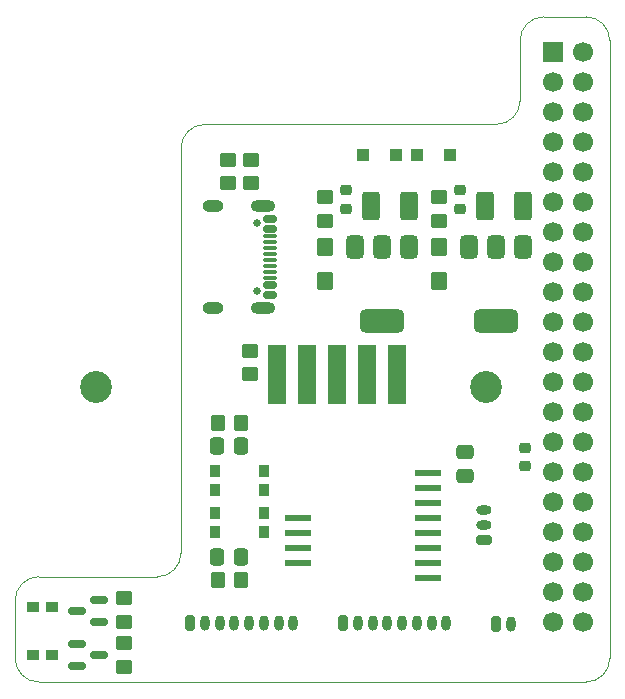
<source format=gbr>
G04 #@! TF.GenerationSoftware,KiCad,Pcbnew,9.0.3*
G04 #@! TF.CreationDate,2026-01-28T23:02:46+01:00*
G04 #@! TF.ProjectId,CM5IO_top,434d3549-4f5f-4746-9f70-2e6b69636164,rev?*
G04 #@! TF.SameCoordinates,Original*
G04 #@! TF.FileFunction,Soldermask,Top*
G04 #@! TF.FilePolarity,Negative*
%FSLAX46Y46*%
G04 Gerber Fmt 4.6, Leading zero omitted, Abs format (unit mm)*
G04 Created by KiCad (PCBNEW 9.0.3) date 2026-01-28 23:02:46*
%MOMM*%
%LPD*%
G01*
G04 APERTURE LIST*
G04 Aperture macros list*
%AMRoundRect*
0 Rectangle with rounded corners*
0 $1 Rounding radius*
0 $2 $3 $4 $5 $6 $7 $8 $9 X,Y pos of 4 corners*
0 Add a 4 corners polygon primitive as box body*
4,1,4,$2,$3,$4,$5,$6,$7,$8,$9,$2,$3,0*
0 Add four circle primitives for the rounded corners*
1,1,$1+$1,$2,$3*
1,1,$1+$1,$4,$5*
1,1,$1+$1,$6,$7*
1,1,$1+$1,$8,$9*
0 Add four rect primitives between the rounded corners*
20,1,$1+$1,$2,$3,$4,$5,0*
20,1,$1+$1,$4,$5,$6,$7,0*
20,1,$1+$1,$6,$7,$8,$9,0*
20,1,$1+$1,$8,$9,$2,$3,0*%
%AMFreePoly0*
4,1,6,1.000000,0.000000,0.500000,-0.750000,-0.500000,-0.750000,-0.500000,0.750000,0.500000,0.750000,1.000000,0.000000,1.000000,0.000000,$1*%
G04 Aperture macros list end*
%ADD10C,0.650000*%
%ADD11RoundRect,0.150000X-0.425000X0.150000X-0.425000X-0.150000X0.425000X-0.150000X0.425000X0.150000X0*%
%ADD12RoundRect,0.075000X-0.500000X0.075000X-0.500000X-0.075000X0.500000X-0.075000X0.500000X0.075000X0*%
%ADD13O,2.100000X1.000000*%
%ADD14O,1.800000X1.000000*%
%ADD15RoundRect,0.200000X0.450000X-0.200000X0.450000X0.200000X-0.450000X0.200000X-0.450000X-0.200000X0*%
%ADD16O,1.300000X0.800000*%
%ADD17RoundRect,0.250000X0.450000X-0.350000X0.450000X0.350000X-0.450000X0.350000X-0.450000X-0.350000X0*%
%ADD18R,2.200000X0.600000*%
%ADD19FreePoly0,270.000000*%
%ADD20FreePoly0,90.000000*%
%ADD21RoundRect,0.218750X0.256250X-0.218750X0.256250X0.218750X-0.256250X0.218750X-0.256250X-0.218750X0*%
%ADD22RoundRect,0.150000X-0.587500X-0.150000X0.587500X-0.150000X0.587500X0.150000X-0.587500X0.150000X0*%
%ADD23RoundRect,0.250000X-0.450000X0.350000X-0.450000X-0.350000X0.450000X-0.350000X0.450000X0.350000X0*%
%ADD24RoundRect,0.200000X-0.200000X-0.450000X0.200000X-0.450000X0.200000X0.450000X-0.200000X0.450000X0*%
%ADD25O,0.800000X1.300000*%
%ADD26RoundRect,0.250000X-0.350000X-0.450000X0.350000X-0.450000X0.350000X0.450000X-0.350000X0.450000X0*%
%ADD27RoundRect,0.150000X0.587500X0.150000X-0.587500X0.150000X-0.587500X-0.150000X0.587500X-0.150000X0*%
%ADD28RoundRect,0.250000X0.300000X0.300000X-0.300000X0.300000X-0.300000X-0.300000X0.300000X-0.300000X0*%
%ADD29RoundRect,0.250000X-0.445000X0.545000X-0.445000X-0.545000X0.445000X-0.545000X0.445000X0.545000X0*%
%ADD30RoundRect,0.250000X0.475000X-0.337500X0.475000X0.337500X-0.475000X0.337500X-0.475000X-0.337500X0*%
%ADD31RoundRect,0.250001X0.507499X0.944999X-0.507499X0.944999X-0.507499X-0.944999X0.507499X-0.944999X0*%
%ADD32R,0.900000X1.000000*%
%ADD33RoundRect,0.375000X-0.375000X0.625000X-0.375000X-0.625000X0.375000X-0.625000X0.375000X0.625000X0*%
%ADD34RoundRect,0.500000X-1.400000X0.500000X-1.400000X-0.500000X1.400000X-0.500000X1.400000X0.500000X0*%
%ADD35RoundRect,0.250000X-0.337500X-0.475000X0.337500X-0.475000X0.337500X0.475000X-0.337500X0.475000X0*%
%ADD36RoundRect,0.250000X-0.300000X-0.300000X0.300000X-0.300000X0.300000X0.300000X-0.300000X0.300000X0*%
%ADD37C,2.700000*%
%ADD38R,1.000000X0.900000*%
%ADD39R,1.700000X1.700000*%
%ADD40C,1.700000*%
G04 #@! TA.AperFunction,Profile*
%ADD41C,0.050000*%
G04 #@! TD*
G04 APERTURE END LIST*
G36*
X183637400Y-117948200D02*
G01*
X182137400Y-117948200D01*
X182137400Y-122948200D01*
X183637400Y-122948200D01*
X183637400Y-117948200D01*
G37*
G36*
X186177400Y-117948200D02*
G01*
X184677400Y-117948200D01*
X184677400Y-122948200D01*
X186177400Y-122948200D01*
X186177400Y-117948200D01*
G37*
G36*
X188717400Y-117948200D02*
G01*
X187217400Y-117948200D01*
X187217400Y-122948200D01*
X188717400Y-122948200D01*
X188717400Y-117948200D01*
G37*
G36*
X178557400Y-117948200D02*
G01*
X177057400Y-117948200D01*
X177057400Y-122948200D01*
X178557400Y-122948200D01*
X178557400Y-117948200D01*
G37*
G36*
X181097400Y-117948200D02*
G01*
X179597400Y-117948200D01*
X179597400Y-122948200D01*
X181097400Y-122948200D01*
X181097400Y-117948200D01*
G37*
D10*
X176094400Y-107620200D03*
X176094400Y-113400200D03*
D11*
X177169400Y-107310200D03*
X177169400Y-108110200D03*
D12*
X177169400Y-109260200D03*
X177169400Y-110260200D03*
X177169400Y-110760200D03*
X177169400Y-111760200D03*
D11*
X177169400Y-112910200D03*
X177169400Y-113710200D03*
X177169400Y-113710200D03*
X177169400Y-112910200D03*
D12*
X177169400Y-112260200D03*
X177169400Y-111260200D03*
X177169400Y-109760200D03*
X177169400Y-108760200D03*
D11*
X177169400Y-108110200D03*
X177169400Y-107310200D03*
D13*
X176594400Y-106190200D03*
D14*
X172414400Y-106190200D03*
D13*
X176594400Y-114830200D03*
D14*
X172414400Y-114830200D03*
D15*
X195333400Y-134473200D03*
D16*
X195333400Y-133223200D03*
X195333400Y-131973200D03*
D17*
X164859500Y-141428500D03*
X164859500Y-139428500D03*
X164859500Y-145230300D03*
X164859500Y-143230300D03*
D18*
X190585400Y-137688200D03*
X190585400Y-136418200D03*
X190585400Y-135148200D03*
X190585400Y-133878200D03*
X190585400Y-132608200D03*
X190585400Y-131338200D03*
X190585400Y-130068200D03*
X190585400Y-128798200D03*
X179585400Y-132608200D03*
X179585400Y-133878200D03*
X179585400Y-135148200D03*
X179585400Y-136418200D03*
D19*
X182887400Y-118448200D03*
D20*
X182887400Y-122448200D03*
D17*
X181885400Y-107462200D03*
X181885400Y-105462200D03*
D21*
X193315400Y-106420900D03*
X193315400Y-104845900D03*
D22*
X160874000Y-143280300D03*
X160874000Y-145180300D03*
X162749000Y-144230300D03*
D23*
X173692600Y-102296600D03*
X173692600Y-104296600D03*
D24*
X196346400Y-141576200D03*
D25*
X197596400Y-141576200D03*
D26*
X172780900Y-124583200D03*
X174780900Y-124583200D03*
D27*
X162749000Y-141428500D03*
X162749000Y-139528500D03*
X160874000Y-140478500D03*
D28*
X187843400Y-101874200D03*
X185043400Y-101874200D03*
D29*
X181885400Y-109646200D03*
X181885400Y-112526200D03*
D26*
X172780900Y-137891400D03*
X174780900Y-137891400D03*
D24*
X170441400Y-141498200D03*
D25*
X171691400Y-141498200D03*
X172941400Y-141498200D03*
X174191400Y-141498200D03*
X175441400Y-141498200D03*
X176691400Y-141498200D03*
X177941400Y-141498200D03*
X179191400Y-141498200D03*
D30*
X193682400Y-129073700D03*
X193682400Y-126998700D03*
D21*
X198762400Y-128239600D03*
X198762400Y-126664600D03*
D31*
X189011400Y-106192200D03*
X185756400Y-106192200D03*
X198663400Y-106192200D03*
X195408400Y-106192200D03*
D32*
X172582400Y-132216000D03*
X176682400Y-132216000D03*
X172582400Y-133816000D03*
X176682400Y-133816000D03*
D33*
X189011400Y-109646200D03*
X186711400Y-109646200D03*
D34*
X186711400Y-115946200D03*
D33*
X184411400Y-109646200D03*
D19*
X185427400Y-118448200D03*
D20*
X185427400Y-122448200D03*
D17*
X175521400Y-120448200D03*
X175521400Y-118448200D03*
D19*
X187967400Y-118448200D03*
D20*
X187967400Y-122448200D03*
D35*
X172705900Y-126564400D03*
X174780900Y-126564400D03*
D36*
X189615400Y-101874200D03*
X192415400Y-101874200D03*
D32*
X176682400Y-130209200D03*
X172582400Y-130209200D03*
X176682400Y-128609200D03*
X172582400Y-128609200D03*
D29*
X191537400Y-109646200D03*
X191537400Y-112526200D03*
D23*
X175623000Y-102296600D03*
X175623000Y-104296600D03*
D33*
X198663400Y-109646200D03*
X196363400Y-109646200D03*
D34*
X196363400Y-115946200D03*
D33*
X194063400Y-109646200D03*
D21*
X183649400Y-106420900D03*
X183649400Y-104845900D03*
D19*
X177807400Y-118448200D03*
D20*
X177807400Y-122448200D03*
D17*
X191537400Y-107446200D03*
X191537400Y-105446200D03*
D37*
X162500000Y-121500000D03*
D38*
X158776100Y-140130300D03*
X158776100Y-144230300D03*
X157176100Y-140130300D03*
X157176100Y-144230300D03*
D37*
X195500000Y-121500000D03*
D19*
X180347400Y-118448200D03*
D20*
X180347400Y-122448200D03*
D24*
X183395400Y-141498200D03*
D25*
X184645400Y-141498200D03*
X185895400Y-141498200D03*
X187145400Y-141498200D03*
X188395400Y-141498200D03*
X189645400Y-141498200D03*
X190895400Y-141498200D03*
X192145400Y-141498200D03*
D35*
X172705900Y-135910200D03*
X174780900Y-135910200D03*
D39*
X201150000Y-93162000D03*
D40*
X203690000Y-93162000D03*
X201150000Y-95702000D03*
X203690000Y-95702000D03*
X201150000Y-98242000D03*
X203690000Y-98242000D03*
X201150000Y-100782000D03*
X203690000Y-100782000D03*
X201150000Y-103322000D03*
X203690000Y-103322000D03*
X201150000Y-105862000D03*
X203690000Y-105862000D03*
X201150000Y-108402000D03*
X203690000Y-108402000D03*
X201150000Y-110942000D03*
X203690000Y-110942000D03*
X201150000Y-113482000D03*
X203690000Y-113482000D03*
X201150000Y-116022000D03*
X203690000Y-116022000D03*
X201150000Y-118562000D03*
X203690000Y-118562000D03*
X201150000Y-121102000D03*
X203690000Y-121102000D03*
X201150000Y-123642000D03*
X203690000Y-123642000D03*
X201150000Y-126182000D03*
X203690000Y-126182000D03*
X201150000Y-128722000D03*
X203690000Y-128722000D03*
X201150000Y-131262000D03*
X203690000Y-131262000D03*
X201150000Y-133802000D03*
X203690000Y-133802000D03*
X201150000Y-136342000D03*
X203690000Y-136342000D03*
X201150000Y-138882000D03*
X203690000Y-138882000D03*
X201150000Y-141422000D03*
X203690000Y-141422000D03*
D41*
X205975958Y-144508558D02*
G75*
G02*
X203975958Y-146508658I-2000058J-42D01*
G01*
X198381400Y-92190200D02*
G75*
G02*
X200381400Y-90190200I2000000J0D01*
G01*
X205974864Y-92190158D02*
X205975958Y-144508558D01*
X169679400Y-101290400D02*
G75*
G02*
X171679400Y-99290400I2000000J0D01*
G01*
X155633209Y-144508599D02*
X155633210Y-139588499D01*
X169679400Y-135588500D02*
X169679400Y-101290400D01*
X171679400Y-99290400D02*
X196381400Y-99290400D01*
X157633210Y-137588500D02*
X167679400Y-137588500D01*
X200381400Y-90190200D02*
X203974864Y-90190200D01*
X155633210Y-139588499D02*
G75*
G02*
X157633210Y-137588510I1999990J-1D01*
G01*
X198381400Y-97290400D02*
G75*
G02*
X196381400Y-99290400I-2000000J0D01*
G01*
X169679400Y-135588500D02*
G75*
G02*
X167679400Y-137588500I-2000000J0D01*
G01*
X157633209Y-146508600D02*
G75*
G02*
X155633200Y-144508599I-9J2000000D01*
G01*
X198381400Y-97290400D02*
X198381400Y-92190200D01*
X203975958Y-146508600D02*
X157633209Y-146508600D01*
X203974864Y-90190200D02*
G75*
G02*
X205974900Y-92190158I36J-2000000D01*
G01*
M02*

</source>
